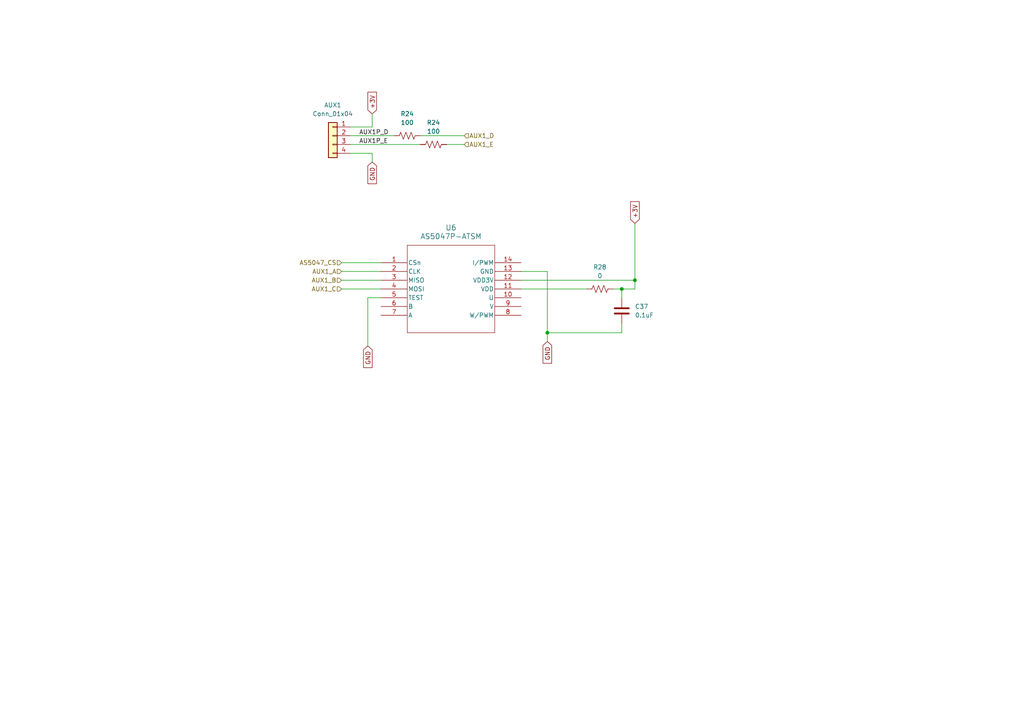
<source format=kicad_sch>
(kicad_sch (version 20230121) (generator eeschema)
  (paper "A4")
  (title_block (title "moteus-c1") (rev "1.1"))
  (lib_symbols
    (symbol "Connector_Generic:Conn_01x04" (pin_names (offset 1.016) hide)
      (property "Reference" "J" (at 0 5.08 0))
      (property "Value" "Conn_01x04" (at 0 -7.62 0))
      (symbol "Conn_01x04_1_1"
        (rectangle (start -1.27 -4.953) (end 0 -5.207) (stroke (width 0.1524)))
        (rectangle (start -1.27 -2.413) (end 0 -2.667) (stroke (width 0.1524)))
        (rectangle (start -1.27 0.127) (end 0 -0.127) (stroke (width 0.1524)))
        (rectangle (start -1.27 2.667) (end 0 2.413) (stroke (width 0.1524)))
        (rectangle (start -1.27 3.81) (end 1.27 -6.35) (stroke (width 0.254)) (fill (type background)))
        (pin passive line (at -5.08 2.54 0) (length 3.81) (name "Pin_1") (number "1"))
        (pin passive line (at -5.08 0 0) (length 3.81) (name "Pin_2") (number "2"))
        (pin passive line (at -5.08 -2.54 0) (length 3.81) (name "Pin_3") (number "3"))
        (pin passive line (at -5.08 -5.08 0) (length 3.81) (name "Pin_4") (number "4"))
      )
    )
    (symbol "Device:C" (pin_numbers hide) (pin_names (offset 0.254))
      (property "Reference" "C" (at 0.635 2.54 0))
      (property "Value" "C" (at 0.635 -2.54 0))
      (symbol "C_0_1"
        (polyline (pts (xy -2.032 -0.762) (xy 2.032 -0.762)) (stroke (width 0.508)))
        (polyline (pts (xy -2.032 0.762) (xy 2.032 0.762)) (stroke (width 0.508)))
      )
      (symbol "C_1_1"
        (pin passive line (at 0 3.81 270) (length 2.794) (name "~") (number "1"))
        (pin passive line (at 0 -3.81 90) (length 2.794) (name "~") (number "2"))
      )
    )
    (symbol "Device:R_US" (pin_numbers hide) (pin_names (offset 0))
      (property "Reference" "R" (at 2.54 0 90))
      (property "Value" "R_US" (at -2.54 0 90))
      (symbol "R_US_0_1"
        (polyline (pts (xy 0 -2.286) (xy 0 -2.54)))
        (polyline (pts (xy 0 2.286) (xy 0 2.54)))
        (polyline (pts (xy 0 -0.762) (xy 1.016 -1.143) (xy 0 -1.524) (xy -1.016 -1.905) (xy 0 -2.286)))
        (polyline (pts (xy 0 0.762) (xy 1.016 0.381) (xy 0 0) (xy -1.016 -0.381) (xy 0 -0.762)))
        (polyline (pts (xy 0 2.286) (xy 1.016 1.905) (xy 0 1.524) (xy -1.016 1.143) (xy 0 0.762)))
      )
      (symbol "R_US_1_1"
        (pin passive line (at 0 3.81 270) (length 1.27) (name "~") (number "1"))
        (pin passive line (at 0 -3.81 90) (length 1.27) (name "~") (number "2"))
      )
    )
    (symbol "moteus:AS5047P-ATSM" (pin_names (offset 0.254))
      (property "Reference" "U" (at 20.32 10.16 0))
      (property "Value" "AS5047P-ATSM" (at 20.32 7.62 0))
      (symbol "AS5047P-ATSM_0_1"
        (polyline (pts (xy 7.62 -20.32) (xy 33.02 -20.32)) (stroke (width 0.127)))
        (polyline (pts (xy 7.62 5.08) (xy 7.62 -20.32)) (stroke (width 0.127)))
        (polyline (pts (xy 33.02 -20.32) (xy 33.02 5.08)) (stroke (width 0.127)))
        (polyline (pts (xy 33.02 5.08) (xy 7.62 5.08)) (stroke (width 0.127)))
        (pin input line (at 0 0 0) (length 7.62) (name "CSn") (number "1"))
        (pin output line (at 40.64 -10.16 180) (length 7.62) (name "U") (number "10"))
        (pin power_in line (at 40.64 -7.62 180) (length 7.62) (name "VDD") (number "11"))
        (pin power_in line (at 40.64 -5.08 180) (length 7.62) (name "VDD3V") (number "12"))
        (pin power_out line (at 40.64 -2.54 180) (length 7.62) (name "GND") (number "13"))
        (pin output line (at 40.64 0 180) (length 7.62) (name "I/PWM") (number "14"))
        (pin input line (at 0 -2.54 0) (length 7.62) (name "CLK") (number "2"))
        (pin output line (at 0 -5.08 0) (length 7.62) (name "MISO") (number "3"))
        (pin input line (at 0 -7.62 0) (length 7.62) (name "MOSI") (number "4"))
        (pin power_out line (at 0 -10.16 0) (length 7.62) (name "TEST") (number "5"))
        (pin output line (at 0 -12.7 0) (length 7.62) (name "B") (number "6"))
        (pin output line (at 0 -15.24 0) (length 7.62) (name "A") (number "7"))
        (pin output line (at 40.64 -15.24 180) (length 7.62) (name "W/PWM") (number "8"))
        (pin output line (at 40.64 -12.7 180) (length 7.62) (name "V") (number "9"))
      )
    )
  )
  (junction (at 184.15 81.28))
  (junction (at 180.34 83.82))
  (junction (at 158.75 96.52))
  (wire (pts (xy 99.06 76.2) (xy 110.49 76.2)))
  (wire (pts (xy 158.75 78.74) (xy 158.75 96.52)))
  (wire (pts (xy 101.6 44.45) (xy 107.95 44.45)))
  (wire (pts (xy 129.54 41.91) (xy 134.62 41.91)))
  (wire (pts (xy 99.06 81.28) (xy 110.49 81.28)))
  (wire (pts (xy 106.68 86.36) (xy 106.68 100.33)))
  (wire (pts (xy 184.15 81.28) (xy 151.13 81.28)))
  (wire (pts (xy 180.34 83.82) (xy 177.8 83.82)))
  (wire (pts (xy 99.06 78.74) (xy 110.49 78.74)))
  (wire (pts (xy 101.6 41.91) (xy 121.92 41.91)))
  (wire (pts (xy 184.15 64.77) (xy 184.15 81.28)))
  (wire (pts (xy 184.15 83.82) (xy 180.34 83.82)))
  (wire (pts (xy 151.13 78.74) (xy 158.75 78.74)))
  (wire (pts (xy 121.92 39.37) (xy 134.62 39.37)))
  (wire (pts (xy 101.6 39.37) (xy 114.3 39.37)))
  (wire (pts (xy 99.06 83.82) (xy 110.49 83.82)))
  (wire (pts (xy 110.49 86.36) (xy 106.68 86.36)))
  (wire (pts (xy 107.95 44.45) (xy 107.95 46.99)))
  (wire (pts (xy 107.95 36.83) (xy 107.95 33.02)))
  (wire (pts (xy 184.15 81.28) (xy 184.15 83.82)))
  (wire (pts (xy 180.34 96.52) (xy 180.34 93.98)))
  (wire (pts (xy 151.13 83.82) (xy 170.18 83.82)))
  (wire (pts (xy 158.75 96.52) (xy 158.75 99.06)))
  (wire (pts (xy 158.75 96.52) (xy 180.34 96.52)))
  (wire (pts (xy 180.34 83.82) (xy 180.34 86.36)))
  (wire (pts (xy 101.6 36.83) (xy 107.95 36.83)))
  (label "AUX1P_E" (at 104.14 41.91 0))
  (label "AUX1P_D" (at 104.14 39.37 0))
  (global_label "GND" (shape input) (at 107.95 46.99 270) (property "Intersheetrefs" "${INTERSHEET_REFS}" (effects hide)))
  (global_label "+3V" (shape input) (at 184.15 64.77 90) (property "Intersheetrefs" "${INTERSHEET_REFS}" (effects hide)))
  (global_label "GND" (shape input) (at 106.68 100.33 270) (property "Intersheetrefs" "${INTERSHEET_REFS}" (effects hide)))
  (global_label "+3V" (shape input) (at 107.95 33.02 90) (property "Intersheetrefs" "${INTERSHEET_REFS}" (effects hide)))
  (global_label "GND" (shape input) (at 158.75 99.06 270) (property "Intersheetrefs" "${INTERSHEET_REFS}" (effects hide)))
  (hierarchical_label "AUX1_A" (shape input) (at 99.06 78.74 180))
  (hierarchical_label "AS5047_CS" (shape input) (at 99.06 76.2 180))
  (hierarchical_label "AUX1_B" (shape input) (at 99.06 81.28 180))
  (hierarchical_label "AUX1_E" (shape input) (at 134.62 41.91 0))
  (hierarchical_label "AUX1_C" (shape input) (at 99.06 83.82 180))
  (hierarchical_label "AUX1_D" (shape input) (at 134.62 39.37 0))
  (symbol (lib_id "Device:C") (at 180.34 90.17 0) (unit 1)
    (property "Reference" "C37" (at 184.15 88.9 0) (effects (justify left)))
    (property "Value" "0.1uF" (at 184.15 91.44 0) (effects (justify left)))
    (property "Footprint" "Capacitor_SMD:C_0402_1005Metric" (effects hide))
    (property "MPN" "MF-CAP-0402-0.1uF" (effects hide))
    (property "POPULATE" "1" (effects hide))
  )
  (symbol (lib_id "Connector_Generic:Conn_01x04") (at 96.52 39.37 0) (mirror y) (unit 1) (in_bom no)
    (property "Reference" "AUX1" (at 96.52 30.48 0))
    (property "Value" "Conn_01x04" (at 96.52 33.02 0))
    (property "Footprint" "Connector_PinHeader_1.27mm:PinHeader_1x04_P1.27mm_Vertical" (effects hide))
    (property "POPULATE" "0" (effects hide))
  )
  (symbol (lib_id "Device:R_US") (at 118.11 39.37 90) (unit 1)
    (property "Reference" "R24" (at 118.11 33.02 90))
    (property "Value" "100" (at 118.11 35.56 90))
    (property "Footprint" "Resistor_SMD:R_0402_1005Metric" (effects hide))
    (property "MPN" "MF-RES-0402-100" (effects hide))
    (property "POPULATE" "1" (effects hide))
    (instances (project "moteus_c1" (path "" (reference "R24") (unit 1)) (path "" (reference "R34") (unit 1))))
  )
  (symbol (lib_id "Device:R_US") (at 125.73 41.91 90) (unit 1)
    (property "Reference" "R24" (at 125.73 35.56 90))
    (property "Value" "100" (at 125.73 38.1 90))
    (property "Footprint" "Resistor_SMD:R_0402_1005Metric" (effects hide))
    (property "MPN" "MF-RES-0402-100" (effects hide))
    (property "POPULATE" "1" (effects hide))
    (instances (project "moteus_c1" (path "" (reference "R24") (unit 1)) (path "" (reference "R35") (unit 1))))
  )
  (symbol (lib_id "moteus:AS5047P-ATSM") (at 110.49 76.2 0) (unit 1)
    (property "Reference" "U6" (at 130.81 66.04 0) (effects (font (size 1.524 1.524))))
    (property "Value" "AS5047P-ATSM" (at 130.81 68.58 0) (effects (font (size 1.524 1.524))))
    (property "Footprint" "moteus:TSSOP14_OSM" (effects hide))
    (property "Datasheet" "AS5047P-ATSM" (effects hide))
    (property "MPN" "AS5047P-ATSM" (effects hide))
    (property "MF" "OSRAM" (effects hide))
    (property "POPULATE" "1" (effects hide))
  )
  (symbol (lib_id "Device:R_US") (at 173.99 83.82 90) (unit 1)
    (property "Reference" "R28" (at 173.99 77.47 90))
    (property "Value" "0" (at 173.99 80.01 90))
    (property "Footprint" "Resistor_SMD:R_0402_1005Metric" (effects hide))
    (property "MPN" "MF-RES-0402-0" (effects hide))
    (property "POPULATE" "1" (effects hide))
  )
)
</source>
